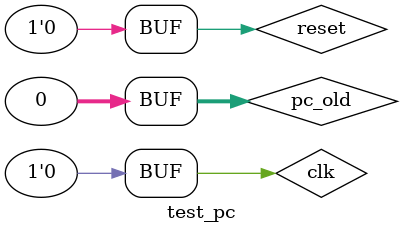
<source format=v>
`timescale 1ns / 1ps


module test_pc;

	// Inputs
	reg [31:0] pc_old;
	reg reset;
	reg clk;

	// Outputs
	wire [31:0] pc_new;

	// Instantiate the Unit Under Test (UUT)
	pc uut (
		.pc_old(pc_old), 
		.pc_new(pc_new), 
		.reset(reset), 
		.clk(clk)
	);

	initial begin
		// Initialize Inputs
		pc_old = 0;
		reset = 0;
		clk = 0;

		// Wait 100 ns for global reset to finish
		#100;
        
		// Add stimulus here

	end
      
endmodule


</source>
